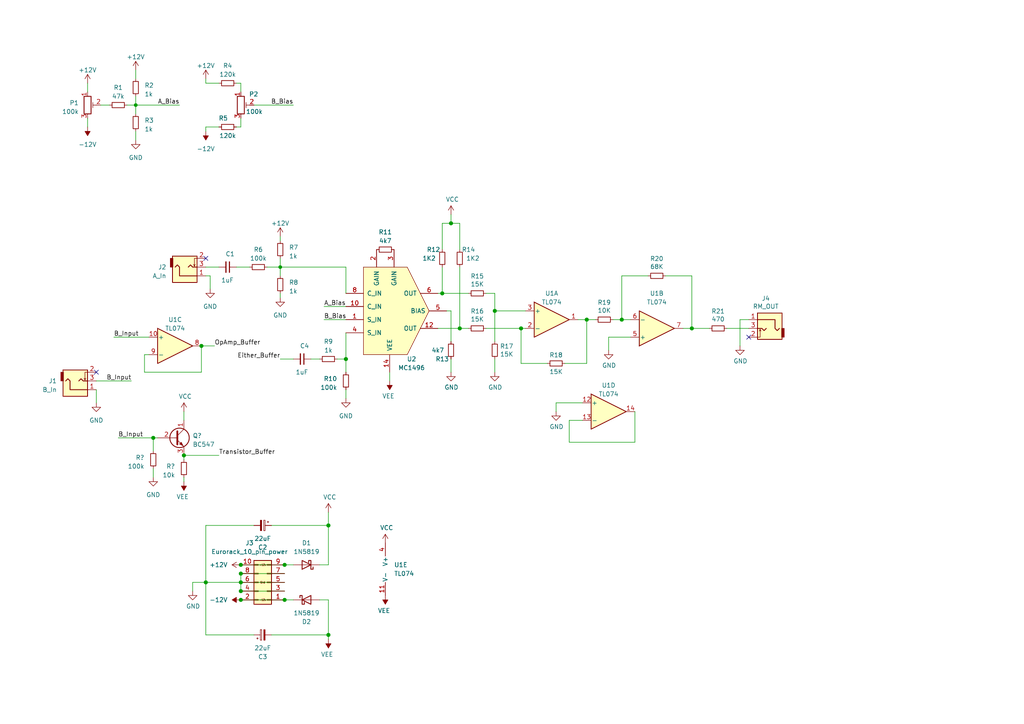
<source format=kicad_sch>
(kicad_sch (version 20210621) (generator eeschema)
  (paper "A4")
  (lib_symbols
    (symbol "Amplifier_Operational:TL074" (pin_names (offset 0.127))
      (property "Reference" "U" (at 0 5.08 0))
      (property "Value" "TL074" (at 0 -5.08 0))
      (symbol "TL074_1_1"
        (polyline (pts (xy -5.08 5.08) (xy 5.08 0) (xy -5.08 -5.08) (xy -5.08 5.08)) (stroke (width 0.254)) (fill (type background)))
        (pin output line (at 7.62 0 180) (length 2.54) (name "~") (number "1"))
        (pin input line (at -7.62 -2.54 0) (length 2.54) (name "-") (number "2"))
        (pin input line (at -7.62 2.54 0) (length 2.54) (name "+") (number "3"))
      )
      (symbol "TL074_2_1"
        (polyline (pts (xy -5.08 5.08) (xy 5.08 0) (xy -5.08 -5.08) (xy -5.08 5.08)) (stroke (width 0.254)) (fill (type background)))
        (pin input line (at -7.62 2.54 0) (length 2.54) (name "+") (number "5"))
        (pin input line (at -7.62 -2.54 0) (length 2.54) (name "-") (number "6"))
        (pin output line (at 7.62 0 180) (length 2.54) (name "~") (number "7"))
      )
      (symbol "TL074_3_1"
        (polyline (pts (xy -5.08 5.08) (xy 5.08 0) (xy -5.08 -5.08) (xy -5.08 5.08)) (stroke (width 0.254)) (fill (type background)))
        (pin input line (at -7.62 2.54 0) (length 2.54) (name "+") (number "10"))
        (pin output line (at 7.62 0 180) (length 2.54) (name "~") (number "8"))
        (pin input line (at -7.62 -2.54 0) (length 2.54) (name "-") (number "9"))
      )
      (symbol "TL074_4_1"
        (polyline (pts (xy -5.08 5.08) (xy 5.08 0) (xy -5.08 -5.08) (xy -5.08 5.08)) (stroke (width 0.254)) (fill (type background)))
        (pin input line (at -7.62 2.54 0) (length 2.54) (name "+") (number "12"))
        (pin input line (at -7.62 -2.54 0) (length 2.54) (name "-") (number "13"))
        (pin output line (at 7.62 0 180) (length 2.54) (name "~") (number "14"))
      )
      (symbol "TL074_5_1"
        (pin power_in line (at -2.54 -7.62 90) (length 3.81) (name "V-") (number "11"))
        (pin power_in line (at -2.54 7.62 270) (length 3.81) (name "V+") (number "4"))
      )
    )
    (symbol "Device:C_Small" (pin_numbers hide) (pin_names (offset 0.254) hide)
      (property "Reference" "C" (at 0.254 1.778 0))
      (property "Value" "C_Small" (at 0.254 -2.032 0))
      (symbol "C_Small_0_1"
        (polyline (pts (xy -1.524 -0.508) (xy 1.524 -0.508)) (stroke (width 0.3302)))
        (polyline (pts (xy -1.524 0.508) (xy 1.524 0.508)) (stroke (width 0.3048)))
      )
      (symbol "C_Small_1_1"
        (pin passive line (at 0 2.54 270) (length 2.032) (name "~") (number "1"))
        (pin passive line (at 0 -2.54 90) (length 2.032) (name "~") (number "2"))
      )
    )
    (symbol "Device:R_Potentiometer_Trim" (pin_names (offset 1.016) hide)
      (property "Reference" "RV" (at -4.445 0 90))
      (property "Value" "R_Potentiometer_Trim" (at -2.54 0 90))
      (symbol "R_Potentiometer_Trim_0_1"
        (rectangle (start 1.016 2.54) (end -1.016 -2.54) (stroke (width 0.254)))
        (polyline (pts (xy 1.524 0.762) (xy 1.524 -0.762)))
        (polyline (pts (xy 2.54 0) (xy 1.524 0)))
      )
      (symbol "R_Potentiometer_Trim_1_1"
        (pin passive line (at 0 3.81 270) (length 1.27) (name "1") (number "1"))
        (pin passive line (at 3.81 0 180) (length 1.27) (name "2") (number "2"))
        (pin passive line (at 0 -3.81 90) (length 1.27) (name "3") (number "3"))
      )
    )
    (symbol "Device:R_Small" (pin_numbers hide) (pin_names (offset 0.254) hide)
      (property "Reference" "R" (at 0.762 0.508 0))
      (property "Value" "R_Small" (at 0.762 -1.016 0))
      (symbol "R_Small_0_1"
        (rectangle (start -0.762 1.778) (end 0.762 -1.778) (stroke (width 0.2032)))
      )
      (symbol "R_Small_1_1"
        (pin passive line (at 0 2.54 270) (length 0.762) (name "~") (number "1"))
        (pin passive line (at 0 -2.54 90) (length 0.762) (name "~") (number "2"))
      )
    )
    (symbol "Diode:1N5819" (pin_numbers hide) (pin_names (offset 1.016) hide)
      (property "Reference" "D" (at 0 2.54 0))
      (property "Value" "1N5819" (at 0 -2.54 0))
      (symbol "1N5819_0_1"
        (polyline (pts (xy 1.27 0) (xy -1.27 0)))
        (polyline (pts (xy 1.27 1.27) (xy 1.27 -1.27) (xy -1.27 0) (xy 1.27 1.27)) (stroke (width 0.254)))
        (polyline (pts (xy -1.905 0.635) (xy -1.905 1.27) (xy -1.27 1.27) (xy -1.27 -1.27) (xy -0.635 -1.27) (xy -0.635 -0.635)) (stroke (width 0.254)))
      )
      (symbol "1N5819_1_1"
        (pin passive line (at -3.81 0 0) (length 2.54) (name "K") (number "1"))
        (pin passive line (at 3.81 0 180) (length 2.54) (name "A") (number "2"))
      )
    )
    (symbol "Encoder:CP_Small" (pin_numbers hide) (pin_names (offset 0.254) hide)
      (property "Reference" "C" (at 0.254 1.778 0))
      (property "Value" "CP_Small" (at 0.254 -2.032 0))
      (symbol "CP_Small_0_1"
        (rectangle (start -1.524 0.6858) (end 1.524 0.3048))
        (rectangle (start -1.524 -0.3048) (end 1.524 -0.6858) (fill (type outline)))
        (polyline (pts (xy -1.27 1.524) (xy -0.762 1.524)))
        (polyline (pts (xy -1.016 1.27) (xy -1.016 1.778)))
      )
      (symbol "CP_Small_1_1"
        (pin passive line (at 0 2.54 270) (length 1.8542) (name "~") (number "1"))
        (pin passive line (at 0 -2.54 90) (length 1.8542) (name "~") (number "2"))
      )
    )
    (symbol "Eurorack Header:Eurorack_10_pin_power" (pin_names (offset 1.016) hide)
      (property "Reference" "J" (at 1.27 7.62 0))
      (property "Value" "Eurorack_10_pin_power" (at 1.27 -7.62 0))
      (symbol "Eurorack_10_pin_power_1_0"
        (text "+12v" (at 1.27 -5.08 0) (effects (font (size 0.508 0.508))))
        (text "-12v" (at 1.27 5.08 0) (effects (font (size 0.508 0.508))))
        (text "Gnd" (at 1.27 0 0) (effects (font (size 0.508 0.508))))
      )
      (symbol "Eurorack_10_pin_power_1_1"
        (rectangle (start -1.27 -4.953) (end 0 -5.207) (stroke (width 0.1524)))
        (rectangle (start -1.27 -2.413) (end 0 -2.667) (stroke (width 0.1524)))
        (rectangle (start -1.27 0.127) (end 0 -0.127) (stroke (width 0.1524)))
        (rectangle (start -1.27 2.667) (end 0 2.413) (stroke (width 0.1524)))
        (rectangle (start -1.27 5.207) (end 0 4.953) (stroke (width 0.1524)))
        (rectangle (start 3.81 -4.953) (end 2.54 -5.207) (stroke (width 0.1524)))
        (rectangle (start 3.81 -2.413) (end 2.54 -2.667) (stroke (width 0.1524)))
        (rectangle (start 3.81 0.127) (end 2.54 -0.127) (stroke (width 0.1524)))
        (rectangle (start 3.81 2.667) (end 2.54 2.413) (stroke (width 0.1524)))
        (rectangle (start 3.81 5.207) (end 2.54 4.953) (stroke (width 0.1524)))
        (rectangle (start -1.27 6.35) (end 3.81 -6.35) (stroke (width 0.254)) (fill (type background)))
        (pin power_in line (at -5.08 5.08 0) (length 3.81) (name "Pin_1") (number "1"))
        (pin passive line (at 7.62 -5.08 180) (length 3.81) (name "Pin_10") (number "10"))
        (pin passive line (at 7.62 5.08 180) (length 3.81) (name "Pin_2") (number "2"))
        (pin passive line (at -5.08 2.54 0) (length 3.81) (name "Pin_3") (number "3"))
        (pin passive line (at 7.62 2.54 180) (length 3.81) (name "Pin_4") (number "4"))
        (pin power_in line (at -5.08 0 0) (length 3.81) (name "Pin_5") (number "5"))
        (pin passive line (at 7.62 0 180) (length 3.81) (name "Pin_6") (number "6"))
        (pin passive line (at -5.08 -2.54 0) (length 3.81) (name "Pin_7") (number "7"))
        (pin passive line (at 7.62 -2.54 180) (length 3.81) (name "Pin_8") (number "8"))
        (pin power_in line (at -5.08 -5.08 0) (length 3.81) (name "Pin_9") (number "9"))
      )
    )
    (symbol "MC1496:MC1496" (pin_names (offset 1.016))
      (property "Reference" "U" (at 0 22.86 0))
      (property "Value" "MC1496" (at 0 20.32 0))
      (symbol "MC1496_0_0"
        (pin input line (at -12.7 -6.35 0) (length 5.08) (name "S_IN") (number "1"))
        (pin input line (at -12.7 -2.54 0) (length 5.08) (name "C_IN") (number "10"))
        (pin no_connect line (at 10.16 -16.51 180) (length 5.08) hide (name "NC") (number "11"))
        (pin output line (at 13.97 -8.89 180) (length 5.08) (name "OUT") (number "12"))
        (pin no_connect line (at 10.16 -16.51 180) (length 5.08) hide (name "NC") (number "13"))
        (pin power_in line (at 0 -21.59 90) (length 5.08) (name "VEE") (number "14"))
        (pin input line (at -3.81 13.97 270) (length 5.08) (name "GAIN") (number "2"))
        (pin input line (at 1.27 13.97 270) (length 5.08) (name "GAIN") (number "3"))
        (pin input line (at -12.7 -10.16 0) (length 5.08) (name "S_IN") (number "4"))
        (pin input line (at 16.51 -3.81 180) (length 5.08) (name "BIAS") (number "5"))
        (pin open_collector line (at 13.97 1.27 180) (length 5.08) (name "OUT") (number "6"))
        (pin no_connect line (at 10.16 -16.51 180) (length 5.08) hide (name "NC") (number "7"))
        (pin input line (at -12.7 1.27 0) (length 5.08) (name "C_IN") (number "8"))
        (pin no_connect line (at 10.16 -16.51 180) (length 5.08) hide (name "NC") (number "9"))
      )
      (symbol "MC1496_0_1"
        (polyline (pts (xy -7.62 8.89) (xy 5.08 8.89) (xy 11.43 -3.81) (xy 5.08 -16.51) (xy -7.62 -16.51) (xy -7.62 8.89)) (fill (type background)))
      )
    )
    (symbol "Transistor_BJT:BC547" (pin_names (offset 0) hide)
      (property "Reference" "Q" (at 5.08 1.905 0))
      (property "Value" "BC547" (at 5.08 0 0))
      (symbol "BC547_0_1"
        (circle (center 1.27 0) (radius 2.8194) (stroke (width 0.254)))
        (polyline (pts (xy 0 0) (xy 0.635 0)))
        (polyline (pts (xy 0.635 0.635) (xy 2.54 2.54)))
        (polyline (pts (xy 0.635 -0.635) (xy 2.54 -2.54) (xy 2.54 -2.54)))
        (polyline (pts (xy 0.635 1.905) (xy 0.635 -1.905) (xy 0.635 -1.905)) (stroke (width 0.508)))
        (polyline (pts (xy 1.27 -1.778) (xy 1.778 -1.27) (xy 2.286 -2.286) (xy 1.27 -1.778) (xy 1.27 -1.778)) (fill (type outline)))
      )
      (symbol "BC547_1_1"
        (pin passive line (at 2.54 5.08 270) (length 2.54) (name "C") (number "1"))
        (pin input line (at -5.08 0 0) (length 5.08) (name "B") (number "2"))
        (pin passive line (at 2.54 -5.08 90) (length 2.54) (name "E") (number "3"))
      )
    )
    (symbol "power:+12V" (power) (pin_names (offset 0))
      (property "Value" "+12V" (at 0 3.556 0))
      (symbol "+12V_0_1"
        (polyline (pts (xy -0.762 1.27) (xy 0 2.54)))
        (polyline (pts (xy 0 0) (xy 0 2.54)))
        (polyline (pts (xy 0 2.54) (xy 0.762 1.27)))
      )
      (symbol "+12V_1_1"
        (pin power_in line (at 0 0 90) (length 0) hide (name "+12V") (number "1"))
      )
    )
    (symbol "power:-12V" (power) (pin_names (offset 0))
      (property "Value" "-12V" (at 0 3.81 0))
      (symbol "-12V_0_0"
        (pin power_in line (at 0 0 90) (length 0) hide (name "-12V") (number "1"))
      )
      (symbol "-12V_0_1"
        (polyline (pts (xy 0 0) (xy 0 1.27) (xy 0.762 1.27) (xy 0 2.54) (xy -0.762 1.27) (xy 0 1.27)) (fill (type outline)))
      )
    )
    (symbol "power:GND" (power) (pin_names (offset 0))
      (property "Value" "GND" (at 0 -3.81 0))
      (symbol "GND_0_1"
        (polyline (pts (xy 0 0) (xy 0 -1.27) (xy 1.27 -1.27) (xy 0 -2.54) (xy -1.27 -1.27) (xy 0 -1.27)))
      )
      (symbol "GND_1_1"
        (pin power_in line (at 0 0 270) (length 0) hide (name "GND") (number "1"))
      )
    )
    (symbol "power:VCC" (power) (pin_names (offset 0))
      (property "Value" "VCC" (at 0 3.81 0))
      (symbol "VCC_0_1"
        (polyline (pts (xy -0.762 1.27) (xy 0 2.54)))
        (polyline (pts (xy 0 0) (xy 0 2.54)))
        (polyline (pts (xy 0 2.54) (xy 0.762 1.27)))
      )
      (symbol "VCC_1_1"
        (pin power_in line (at 0 0 90) (length 0) hide (name "VCC") (number "1"))
      )
    )
    (symbol "power:VEE" (power) (pin_names (offset 0))
      (property "Value" "VEE" (at 0 3.81 0))
      (symbol "VEE_0_1"
        (polyline (pts (xy 0 0) (xy 0 2.54)))
        (polyline (pts (xy 0.762 1.27) (xy -0.762 1.27) (xy 0 2.54) (xy 0.762 1.27)) (fill (type outline)))
      )
      (symbol "VEE_1_1"
        (pin power_in line (at 0 0 90) (length 0) hide (name "VEE") (number "1"))
      )
    )
    (symbol "thonkiconn:AudioJack2_Ground_Switch" (pin_names (offset 1.016))
      (property "Reference" "J" (at 0 8.89 0))
      (property "Value" "AudioJack2_Ground_Switch" (at 0 6.35 0))
      (symbol "AudioJack2_Ground_Switch_0_1"
        (rectangle (start -4.445 -2.54) (end -5.207 0) (fill (type outline)))
        (rectangle (start 2.54 -3.175) (end -4.572 4.445) (stroke (width 0.254)) (fill (type background)))
        (polyline (pts (xy 1.778 -0.254) (xy 2.032 -0.762)))
        (polyline (pts (xy 0 0) (xy 0.635 -0.635) (xy 1.27 0) (xy 2.54 0)) (stroke (width 0.254)))
        (polyline (pts (xy 2.54 -2.54) (xy 1.778 -2.54) (xy 1.778 -0.254) (xy 1.524 -0.762)))
        (polyline (pts (xy 2.54 2.54) (xy -2.54 2.54) (xy -2.54 0) (xy -3.175 -0.635) (xy -3.81 0)) (stroke (width 0.254)))
      )
      (symbol "AudioJack2_Ground_Switch_1_1"
        (pin passive line (at 5.08 2.54 180) (length 2.54) (name "~") (number "1"))
        (pin passive line (at 5.08 -2.54 180) (length 2.54) (name "~") (number "2"))
        (pin passive line (at 5.08 0 180) (length 2.54) (name "~") (number "3"))
      )
    )
  )
  (junction (at 39.37 30.48) (diameter 0.9144))
  (junction (at 44.45 127) (diameter 1.016))
  (junction (at 53.34 132.08) (diameter 1.016))
  (junction (at 58.42 100.33) (diameter 1.016))
  (junction (at 59.69 168.91) (diameter 1.016))
  (junction (at 69.85 163.83) (diameter 1.016))
  (junction (at 69.85 166.37) (diameter 1.016))
  (junction (at 69.85 168.91) (diameter 1.016))
  (junction (at 69.85 171.45) (diameter 1.016))
  (junction (at 69.85 173.99) (diameter 1.016))
  (junction (at 81.28 77.47) (diameter 0.9144))
  (junction (at 82.55 163.83) (diameter 1.016))
  (junction (at 82.55 173.99) (diameter 1.016))
  (junction (at 95.25 152.4) (diameter 1.016))
  (junction (at 95.25 184.15) (diameter 1.016))
  (junction (at 100.33 104.14) (diameter 1.016))
  (junction (at 128.27 85.09) (diameter 1.016))
  (junction (at 130.81 64.77) (diameter 1.016))
  (junction (at 133.35 95.25) (diameter 1.016))
  (junction (at 143.51 90.17) (diameter 1.016))
  (junction (at 151.13 95.25) (diameter 1.016))
  (junction (at 170.18 92.71) (diameter 1.016))
  (junction (at 180.34 92.71) (diameter 1.016))
  (junction (at 200.66 95.25) (diameter 1.016))
  (no_connect (at 27.94 107.95))
  (no_connect (at 59.69 74.93))
  (no_connect (at 217.17 97.79))
  (wire (pts (xy 25.4 24.13) (xy 25.4 26.67)))
  (wire (pts (xy 25.4 34.29) (xy 25.4 36.83)))
  (wire (pts (xy 27.94 110.49) (xy 38.1 110.49)))
  (wire (pts (xy 27.94 113.03) (xy 27.94 116.84)))
  (wire (pts (xy 29.21 30.48) (xy 31.75 30.48)))
  (wire (pts (xy 33.02 97.79) (xy 43.18 97.79)))
  (wire (pts (xy 34.29 127) (xy 44.45 127)))
  (wire (pts (xy 36.83 30.48) (xy 39.37 30.48)))
  (wire (pts (xy 39.37 20.32) (xy 39.37 22.86)))
  (wire (pts (xy 39.37 27.94) (xy 39.37 30.48)))
  (wire (pts (xy 39.37 30.48) (xy 39.37 33.02)))
  (wire (pts (xy 39.37 30.48) (xy 52.07 30.48)))
  (wire (pts (xy 39.37 40.64) (xy 39.37 38.1)))
  (wire (pts (xy 41.91 102.87) (xy 41.91 107.95)))
  (wire (pts (xy 41.91 107.95) (xy 58.42 107.95)))
  (wire (pts (xy 43.18 102.87) (xy 41.91 102.87)))
  (wire (pts (xy 44.45 127) (xy 44.45 130.81)))
  (wire (pts (xy 44.45 127) (xy 45.72 127)))
  (wire (pts (xy 44.45 135.89) (xy 44.45 138.43)))
  (wire (pts (xy 53.34 119.38) (xy 53.34 121.92)))
  (wire (pts (xy 53.34 132.08) (xy 53.34 133.35)))
  (wire (pts (xy 53.34 132.08) (xy 63.5 132.08)))
  (wire (pts (xy 53.34 138.43) (xy 53.34 139.7)))
  (wire (pts (xy 55.88 168.91) (xy 59.69 168.91)))
  (wire (pts (xy 55.88 171.45) (xy 55.88 168.91)))
  (wire (pts (xy 58.42 100.33) (xy 58.42 107.95)))
  (wire (pts (xy 58.42 100.33) (xy 62.23 100.33)))
  (wire (pts (xy 59.69 22.86) (xy 59.69 24.13)))
  (wire (pts (xy 59.69 24.13) (xy 63.5 24.13)))
  (wire (pts (xy 59.69 36.83) (xy 59.69 38.1)))
  (wire (pts (xy 59.69 36.83) (xy 63.5 36.83)))
  (wire (pts (xy 59.69 77.47) (xy 63.5 77.47)))
  (wire (pts (xy 59.69 80.01) (xy 60.96 80.01)))
  (wire (pts (xy 59.69 152.4) (xy 73.66 152.4)))
  (wire (pts (xy 59.69 168.91) (xy 59.69 152.4)))
  (wire (pts (xy 59.69 168.91) (xy 69.85 168.91)))
  (wire (pts (xy 59.69 184.15) (xy 59.69 168.91)))
  (wire (pts (xy 60.96 80.01) (xy 60.96 83.82)))
  (wire (pts (xy 68.58 24.13) (xy 69.85 24.13)))
  (wire (pts (xy 68.58 77.47) (xy 72.39 77.47)))
  (wire (pts (xy 69.85 24.13) (xy 69.85 26.67)))
  (wire (pts (xy 69.85 34.29) (xy 69.85 36.83)))
  (wire (pts (xy 69.85 36.83) (xy 68.58 36.83)))
  (wire (pts (xy 69.85 163.83) (xy 82.55 163.83)))
  (wire (pts (xy 69.85 166.37) (xy 69.85 168.91)))
  (wire (pts (xy 69.85 166.37) (xy 82.55 166.37)))
  (wire (pts (xy 69.85 168.91) (xy 69.85 171.45)))
  (wire (pts (xy 69.85 168.91) (xy 82.55 168.91)))
  (wire (pts (xy 69.85 171.45) (xy 82.55 171.45)))
  (wire (pts (xy 69.85 173.99) (xy 82.55 173.99)))
  (wire (pts (xy 73.66 30.48) (xy 85.09 30.48)))
  (wire (pts (xy 73.66 184.15) (xy 59.69 184.15)))
  (wire (pts (xy 77.47 77.47) (xy 81.28 77.47)))
  (wire (pts (xy 78.74 152.4) (xy 95.25 152.4)))
  (wire (pts (xy 81.28 68.58) (xy 81.28 69.85)))
  (wire (pts (xy 81.28 74.93) (xy 81.28 77.47)))
  (wire (pts (xy 81.28 77.47) (xy 81.28 80.01)))
  (wire (pts (xy 81.28 77.47) (xy 100.33 77.47)))
  (wire (pts (xy 81.28 85.09) (xy 81.28 86.36)))
  (wire (pts (xy 81.28 104.14) (xy 85.09 104.14)))
  (wire (pts (xy 82.55 163.83) (xy 85.09 163.83)))
  (wire (pts (xy 82.55 173.99) (xy 85.09 173.99)))
  (wire (pts (xy 90.17 104.14) (xy 92.71 104.14)))
  (wire (pts (xy 92.71 163.83) (xy 95.25 163.83)))
  (wire (pts (xy 92.71 173.99) (xy 95.25 173.99)))
  (wire (pts (xy 93.98 88.9) (xy 100.33 88.9)))
  (wire (pts (xy 95.25 148.59) (xy 95.25 152.4)))
  (wire (pts (xy 95.25 152.4) (xy 95.25 163.83)))
  (wire (pts (xy 95.25 173.99) (xy 95.25 184.15)))
  (wire (pts (xy 95.25 184.15) (xy 78.74 184.15)))
  (wire (pts (xy 95.25 184.15) (xy 95.25 185.42)))
  (wire (pts (xy 97.79 104.14) (xy 100.33 104.14)))
  (wire (pts (xy 100.33 77.47) (xy 100.33 85.09)))
  (wire (pts (xy 100.33 92.71) (xy 93.98 92.71)))
  (wire (pts (xy 100.33 96.52) (xy 100.33 104.14)))
  (wire (pts (xy 100.33 104.14) (xy 100.33 107.95)))
  (wire (pts (xy 100.33 113.03) (xy 100.33 115.57)))
  (wire (pts (xy 113.03 110.49) (xy 113.03 107.95)))
  (wire (pts (xy 127 85.09) (xy 128.27 85.09)))
  (wire (pts (xy 127 95.25) (xy 133.35 95.25)))
  (wire (pts (xy 128.27 64.77) (xy 130.81 64.77)))
  (wire (pts (xy 128.27 72.39) (xy 128.27 64.77)))
  (wire (pts (xy 128.27 77.47) (xy 128.27 85.09)))
  (wire (pts (xy 128.27 85.09) (xy 135.89 85.09)))
  (wire (pts (xy 129.54 90.17) (xy 130.81 90.17)))
  (wire (pts (xy 130.81 62.23) (xy 130.81 64.77)))
  (wire (pts (xy 130.81 64.77) (xy 133.35 64.77)))
  (wire (pts (xy 130.81 90.17) (xy 130.81 99.06)))
  (wire (pts (xy 130.81 104.14) (xy 130.81 107.95)))
  (wire (pts (xy 133.35 64.77) (xy 133.35 72.39)))
  (wire (pts (xy 133.35 77.47) (xy 133.35 95.25)))
  (wire (pts (xy 133.35 95.25) (xy 135.89 95.25)))
  (wire (pts (xy 140.97 85.09) (xy 143.51 85.09)))
  (wire (pts (xy 140.97 95.25) (xy 151.13 95.25)))
  (wire (pts (xy 143.51 85.09) (xy 143.51 90.17)))
  (wire (pts (xy 143.51 90.17) (xy 143.51 99.06)))
  (wire (pts (xy 143.51 90.17) (xy 152.4 90.17)))
  (wire (pts (xy 143.51 104.14) (xy 143.51 107.95)))
  (wire (pts (xy 151.13 95.25) (xy 151.13 105.41)))
  (wire (pts (xy 151.13 95.25) (xy 152.4 95.25)))
  (wire (pts (xy 158.75 105.41) (xy 151.13 105.41)))
  (wire (pts (xy 161.29 116.84) (xy 161.29 119.38)))
  (wire (pts (xy 163.83 105.41) (xy 170.18 105.41)))
  (wire (pts (xy 165.1 121.92) (xy 165.1 128.27)))
  (wire (pts (xy 165.1 128.27) (xy 184.15 128.27)))
  (wire (pts (xy 168.91 116.84) (xy 161.29 116.84)))
  (wire (pts (xy 168.91 121.92) (xy 165.1 121.92)))
  (wire (pts (xy 170.18 92.71) (xy 167.64 92.71)))
  (wire (pts (xy 170.18 92.71) (xy 172.72 92.71)))
  (wire (pts (xy 170.18 105.41) (xy 170.18 92.71)))
  (wire (pts (xy 176.53 97.79) (xy 176.53 101.6)))
  (wire (pts (xy 177.8 92.71) (xy 180.34 92.71)))
  (wire (pts (xy 180.34 80.01) (xy 180.34 92.71)))
  (wire (pts (xy 180.34 80.01) (xy 187.96 80.01)))
  (wire (pts (xy 180.34 92.71) (xy 182.88 92.71)))
  (wire (pts (xy 182.88 97.79) (xy 176.53 97.79)))
  (wire (pts (xy 184.15 128.27) (xy 184.15 119.38)))
  (wire (pts (xy 193.04 80.01) (xy 200.66 80.01)))
  (wire (pts (xy 198.12 95.25) (xy 200.66 95.25)))
  (wire (pts (xy 200.66 80.01) (xy 200.66 95.25)))
  (wire (pts (xy 200.66 95.25) (xy 205.74 95.25)))
  (wire (pts (xy 210.82 95.25) (xy 217.17 95.25)))
  (wire (pts (xy 214.63 92.71) (xy 214.63 100.33)))
  (wire (pts (xy 217.17 92.71) (xy 214.63 92.71)))
  (label "B_Input" (at 33.02 97.79 0))
  (label "B_Input" (at 34.29 127 0))
  (label "B_Input" (at 38.1 110.49 180))
  (label "A_Bias" (at 52.07 30.48 180))
  (label "OpAmp_Buffer" (at 62.23 100.33 0))
  (label "Transistor_Buffer" (at 63.5 132.08 0))
  (label "Either_Buffer" (at 81.28 104.14 180))
  (label "B_Bias" (at 85.09 30.48 180))
  (label "A_Bias" (at 93.98 88.9 0))
  (label "B_Bias" (at 93.98 92.71 0))
  (symbol (lib_id "power:+12V") (at 25.4 24.13 0) (unit 1)
    (property "Reference" "#PWR01" (effects hide))
    (property "Value" "+12V" (at 25.4 20.32 0))
  )
  (symbol (lib_id "power:-12V") (at 25.4 36.83 180) (unit 1)
    (property "Reference" "#PWR02" (effects hide))
    (property "Value" "-12V" (at 25.4 41.91 0))
  )
  (symbol (lib_id "power:+12V") (at 39.37 20.32 0) (mirror y) (unit 1)
    (property "Reference" "#PWR05" (effects hide))
    (property "Value" "+12V" (at 39.37 16.51 0))
  )
  (symbol (lib_id "power:VCC") (at 53.34 119.38 0) (unit 1)
    (property "Reference" "#PWR0101" (effects hide))
    (property "Value" "VCC" (at 53.721 114.9858 0))
  )
  (symbol (lib_id "power:VEE") (at 53.34 139.7 180) (unit 1)
    (property "Reference" "#PWR0102" (effects hide))
    (property "Value" "VEE" (at 52.959 144.0942 0))
  )
  (symbol (lib_id "power:+12V") (at 59.69 22.86 0) (mirror y) (unit 1)
    (property "Reference" "#PWR03" (effects hide))
    (property "Value" "+12V" (at 59.69 19.05 0))
  )
  (symbol (lib_id "power:-12V") (at 59.69 38.1 0) (mirror x) (unit 1)
    (property "Reference" "#PWR04" (effects hide))
    (property "Value" "-12V" (at 59.69 43.18 0))
  )
  (symbol (lib_id "power:+12V") (at 69.85 163.83 90) (unit 1)
    (property "Reference" "#PWR09" (effects hide))
    (property "Value" "+12V" (at 66.04 163.83 90) (effects (justify left)))
  )
  (symbol (lib_id "power:-12V") (at 69.85 173.99 90) (unit 1)
    (property "Reference" "#PWR010" (effects hide))
    (property "Value" "-12V" (at 66.04 173.99 90) (effects (justify left)))
  )
  (symbol (lib_id "power:+12V") (at 81.28 68.58 0) (mirror y) (unit 1)
    (property "Reference" "#PWR012" (effects hide))
    (property "Value" "+12V" (at 81.28 64.77 0))
  )
  (symbol (lib_id "power:VCC") (at 95.25 148.59 0) (unit 1)
    (property "Reference" "#PWR014" (effects hide))
    (property "Value" "VCC" (at 95.631 144.1958 0))
  )
  (symbol (lib_id "power:VEE") (at 95.25 185.42 180) (unit 1)
    (property "Reference" "#PWR015" (effects hide))
    (property "Value" "VEE" (at 94.869 189.8142 0))
  )
  (symbol (lib_id "power:VCC") (at 111.76 157.48 0) (unit 1)
    (property "Reference" "#PWR017" (effects hide))
    (property "Value" "VCC" (at 112.141 153.0858 0))
  )
  (symbol (lib_id "power:VEE") (at 111.76 172.72 180) (unit 1)
    (property "Reference" "#PWR018" (effects hide))
    (property "Value" "VEE" (at 111.379 177.1142 0))
  )
  (symbol (lib_id "power:VEE") (at 113.03 110.49 180) (unit 1)
    (property "Reference" "#PWR019" (effects hide))
    (property "Value" "VEE" (at 112.649 114.8842 0))
  )
  (symbol (lib_id "power:VCC") (at 130.81 62.23 0) (unit 1)
    (property "Reference" "#PWR020" (effects hide))
    (property "Value" "VCC" (at 131.191 57.8358 0))
  )
  (symbol (lib_id "power:GND") (at 27.94 116.84 0) (unit 1)
    (property "Reference" "#PWR08" (effects hide))
    (property "Value" "GND" (at 27.94 121.92 0))
  )
  (symbol (lib_id "power:GND") (at 39.37 40.64 0) (unit 1)
    (property "Reference" "#PWR06" (effects hide))
    (property "Value" "GND" (at 39.37 45.72 0))
  )
  (symbol (lib_id "power:GND") (at 44.45 138.43 0) (unit 1)
    (property "Reference" "#PWR0103" (effects hide))
    (property "Value" "GND" (at 44.45 143.51 0))
  )
  (symbol (lib_id "power:GND") (at 55.88 171.45 0) (unit 1)
    (property "Reference" "#PWR07" (effects hide))
    (property "Value" "GND" (at 56.007 175.8442 0))
  )
  (symbol (lib_id "power:GND") (at 60.96 83.82 0) (unit 1)
    (property "Reference" "#PWR011" (effects hide))
    (property "Value" "GND" (at 60.96 88.9 0))
  )
  (symbol (lib_id "power:GND") (at 81.28 86.36 0) (unit 1)
    (property "Reference" "#PWR013" (effects hide))
    (property "Value" "GND" (at 81.28 91.44 0))
  )
  (symbol (lib_id "power:GND") (at 100.33 115.57 0) (unit 1)
    (property "Reference" "#PWR016" (effects hide))
    (property "Value" "GND" (at 100.33 120.65 0))
  )
  (symbol (lib_id "power:GND") (at 130.81 107.95 0) (unit 1)
    (property "Reference" "#PWR021" (effects hide))
    (property "Value" "GND" (at 130.937 112.3442 0))
  )
  (symbol (lib_id "power:GND") (at 143.51 107.95 0) (unit 1)
    (property "Reference" "#PWR022" (effects hide))
    (property "Value" "GND" (at 143.637 112.3442 0))
  )
  (symbol (lib_id "power:GND") (at 161.29 119.38 0) (unit 1)
    (property "Reference" "#PWR023" (effects hide))
    (property "Value" "GND" (at 161.417 123.7742 0))
  )
  (symbol (lib_id "power:GND") (at 176.53 101.6 0) (unit 1)
    (property "Reference" "#PWR024" (effects hide))
    (property "Value" "GND" (at 176.657 105.9942 0))
  )
  (symbol (lib_id "power:GND") (at 214.63 100.33 0) (unit 1)
    (property "Reference" "#PWR025" (effects hide))
    (property "Value" "GND" (at 214.757 104.7242 0))
  )
  (symbol (lib_id "Device:R_Small") (at 34.29 30.48 90) (mirror x) (unit 1)
    (property "Reference" "R1" (at 34.29 25.4 90))
    (property "Value" "47k" (at 34.29 27.94 90))
  )
  (symbol (lib_id "Device:R_Small") (at 39.37 25.4 180) (unit 1)
    (property "Reference" "R2" (at 41.91 24.7649 0) (effects (justify right)))
    (property "Value" "1k" (at 41.91 27.3049 0) (effects (justify right)))
  )
  (symbol (lib_id "Device:R_Small") (at 39.37 35.56 0) (unit 1)
    (property "Reference" "R3" (at 41.91 34.9249 0) (effects (justify left)))
    (property "Value" "1k" (at 41.91 37.4649 0) (effects (justify left)))
  )
  (symbol (lib_id "Device:R_Small") (at 44.45 133.35 0) (mirror x) (unit 1)
    (property "Reference" "R?" (at 41.91 132.7149 0) (effects (justify right)))
    (property "Value" "100k" (at 41.91 135.2549 0) (effects (justify right)))
  )
  (symbol (lib_id "Device:R_Small") (at 53.34 135.89 0) (mirror x) (unit 1)
    (property "Reference" "R?" (at 50.8 135.2549 0) (effects (justify right)))
    (property "Value" "10k" (at 50.8 137.7949 0) (effects (justify right)))
  )
  (symbol (lib_id "Device:R_Small") (at 66.04 24.13 270) (mirror x) (unit 1)
    (property "Reference" "R4" (at 66.04 19.05 90))
    (property "Value" "120k" (at 66.04 21.59 90))
  )
  (symbol (lib_id "Device:R_Small") (at 66.04 36.83 270) (mirror x) (unit 1)
    (property "Reference" "R5" (at 64.77 34.29 90))
    (property "Value" "120k" (at 66.04 39.37 90))
  )
  (symbol (lib_id "Device:R_Small") (at 74.93 77.47 90) (unit 1)
    (property "Reference" "R6" (at 74.93 72.39 90))
    (property "Value" "100k" (at 74.93 74.93 90))
  )
  (symbol (lib_id "Device:R_Small") (at 81.28 72.39 180) (unit 1)
    (property "Reference" "R7" (at 83.82 71.7549 0) (effects (justify right)))
    (property "Value" "1k" (at 83.82 74.2949 0) (effects (justify right)))
  )
  (symbol (lib_id "Device:R_Small") (at 81.28 82.55 180) (unit 1)
    (property "Reference" "R8" (at 83.82 81.9149 0) (effects (justify right)))
    (property "Value" "1k" (at 83.82 84.4549 0) (effects (justify right)))
  )
  (symbol (lib_id "Device:R_Small") (at 95.25 104.14 90) (unit 1)
    (property "Reference" "R9" (at 95.25 99.06 90))
    (property "Value" "1k" (at 95.25 101.6 90))
  )
  (symbol (lib_id "Device:R_Small") (at 100.33 110.49 0) (mirror x) (unit 1)
    (property "Reference" "R10" (at 97.79 109.8549 0) (effects (justify right)))
    (property "Value" "100k" (at 97.79 112.3949 0) (effects (justify right)))
  )
  (symbol (lib_id "Device:R_Small") (at 111.76 72.39 270) (unit 1)
    (property "Reference" "R11" (at 111.76 67.31 90))
    (property "Value" "4k7" (at 111.76 69.85 90))
    (property "Footprint" "Resistor_SMD:R_0603_1608Metric_Pad0.98x0.95mm_HandSolder" (effects hide))
  )
  (symbol (lib_id "Device:R_Small") (at 128.27 74.93 0) (unit 1)
    (property "Reference" "R12" (at 125.73 72.39 0))
    (property "Value" "1K2" (at 124.46 74.93 0))
    (property "Footprint" "Resistor_SMD:R_0603_1608Metric_Pad0.98x0.95mm_HandSolder" (effects hide))
  )
  (symbol (lib_id "Device:R_Small") (at 130.81 101.6 180) (unit 1)
    (property "Reference" "R13" (at 128.27 104.14 0))
    (property "Value" "4k7" (at 127 101.6 0))
    (property "Footprint" "Resistor_SMD:R_0603_1608Metric_Pad0.98x0.95mm_HandSolder" (effects hide))
  )
  (symbol (lib_id "Device:R_Small") (at 133.35 74.93 0) (unit 1)
    (property "Reference" "R14" (at 135.89 72.39 0))
    (property "Value" "1K2" (at 137.16 74.93 0))
    (property "Footprint" "Resistor_SMD:R_0603_1608Metric_Pad0.98x0.95mm_HandSolder" (effects hide))
  )
  (symbol (lib_id "Device:R_Small") (at 138.43 85.09 270) (unit 1)
    (property "Reference" "R15" (at 138.43 80.1116 90))
    (property "Value" "15K" (at 138.43 82.423 90))
    (property "Footprint" "Resistor_SMD:R_0603_1608Metric_Pad0.98x0.95mm_HandSolder" (effects hide))
  )
  (symbol (lib_id "Device:R_Small") (at 138.43 95.25 270) (unit 1)
    (property "Reference" "R16" (at 138.43 90.2716 90))
    (property "Value" "15K" (at 138.43 92.583 90))
    (property "Footprint" "Resistor_SMD:R_0603_1608Metric_Pad0.98x0.95mm_HandSolder" (effects hide))
  )
  (symbol (lib_id "Device:R_Small") (at 143.51 101.6 180) (unit 1)
    (property "Reference" "R17" (at 145.0086 100.4316 0) (effects (justify right)))
    (property "Value" "15K" (at 145.0086 102.743 0) (effects (justify right)))
    (property "Footprint" "Resistor_SMD:R_0603_1608Metric_Pad0.98x0.95mm_HandSolder" (effects hide))
  )
  (symbol (lib_id "Device:R_Small") (at 161.29 105.41 270) (unit 1)
    (property "Reference" "R18" (at 161.29 102.9716 90))
    (property "Value" "15K" (at 161.29 107.823 90))
    (property "Footprint" "Resistor_SMD:R_0603_1608Metric_Pad0.98x0.95mm_HandSolder" (effects hide))
  )
  (symbol (lib_id "Device:R_Small") (at 175.26 92.71 270) (unit 1)
    (property "Reference" "R19" (at 175.26 87.7316 90))
    (property "Value" "10K" (at 175.26 90.043 90))
    (property "Footprint" "Resistor_SMD:R_0603_1608Metric_Pad0.98x0.95mm_HandSolder" (effects hide))
  )
  (symbol (lib_id "Device:R_Small") (at 190.5 80.01 270) (unit 1)
    (property "Reference" "R20" (at 190.5 75.0316 90))
    (property "Value" "68K" (at 190.5 77.343 90))
    (property "Footprint" "Resistor_SMD:R_0603_1608Metric_Pad0.98x0.95mm_HandSolder" (effects hide))
  )
  (symbol (lib_id "Device:R_Small") (at 208.28 95.25 270) (unit 1)
    (property "Reference" "R21" (at 208.28 90.2716 90))
    (property "Value" "470" (at 208.28 92.583 90))
    (property "Footprint" "Resistor_SMD:R_0603_1608Metric_Pad0.98x0.95mm_HandSolder" (effects hide))
  )
  (symbol (lib_id "Amplifier_Operational:TL074") (at 109.22 165.1 0) (mirror y) (unit 5)
    (property "Reference" "U1" (at 114.3 163.83 0) (effects (justify right)))
    (property "Value" "TL074" (at 114.3 166.37 0) (effects (justify right)))
    (property "Footprint" "Package_SO:SOIC-14_3.9x8.7mm_P1.27mm" (effects hide))
    (property "Datasheet" "http://www.ti.com/lit/ds/symlink/tl071.pdf" (effects hide))
  )
  (symbol (lib_id "Encoder:CP_Small") (at 76.2 152.4 270) (unit 1)
    (property "Reference" "C2" (at 76.2 158.75 90))
    (property "Value" "22uF" (at 76.2 156.21 90))
    (property "Footprint" "Capacitor_SMD:CP_Elec_4x5.8" (effects hide))
  )
  (symbol (lib_id "Encoder:CP_Small") (at 76.2 184.15 90) (unit 1)
    (property "Reference" "C3" (at 76.2 190.5 90))
    (property "Value" "22uF" (at 76.2 187.96 90))
    (property "Footprint" "Capacitor_SMD:CP_Elec_4x5.8" (effects hide))
  )
  (symbol (lib_id "Device:C_Small") (at 66.04 77.47 270) (unit 1)
    (property "Reference" "C1" (at 65.4051 73.66 90) (effects (justify left)))
    (property "Value" "1uF" (at 64.1351 81.28 90) (effects (justify left)))
  )
  (symbol (lib_id "Device:C_Small") (at 87.63 104.14 270) (unit 1)
    (property "Reference" "C4" (at 86.9951 100.33 90) (effects (justify left)))
    (property "Value" "1uF" (at 85.7251 107.95 90) (effects (justify left)))
  )
  (symbol (lib_id "Diode:1N5819") (at 88.9 163.83 180) (unit 1)
    (property "Reference" "D1" (at 88.9 157.48 0))
    (property "Value" "1N5819" (at 88.9 160.02 0))
    (property "Footprint" "Diode_SMD:D_SOD-123" (effects hide))
    (property "Datasheet" "http://www.vishay.com/docs/88525/1n5817.pdf" (effects hide))
  )
  (symbol (lib_id "Diode:1N5819") (at 88.9 173.99 0) (unit 1)
    (property "Reference" "D2" (at 88.9 180.34 0))
    (property "Value" "1N5819" (at 88.9 177.8 0))
    (property "Footprint" "Diode_SMD:D_SOD-123" (effects hide))
    (property "Datasheet" "http://www.vishay.com/docs/88525/1n5817.pdf" (effects hide))
  )
  (symbol (lib_id "Device:R_Potentiometer_Trim") (at 25.4 30.48 0) (unit 1)
    (property "Reference" "P1" (at 22.86 29.8449 0) (effects (justify right)))
    (property "Value" "100k" (at 22.86 32.3849 0) (effects (justify right)))
  )
  (symbol (lib_id "Device:R_Potentiometer_Trim") (at 69.85 30.48 0) (unit 1)
    (property "Reference" "P2" (at 74.93 27.3049 0) (effects (justify right)))
    (property "Value" "100k" (at 76.2 32.3849 0) (effects (justify right)))
  )
  (symbol (lib_id "thonkiconn:AudioJack2_Ground_Switch") (at 22.86 110.49 0) (mirror x) (unit 1)
    (property "Reference" "J1" (at 16.51 110.4899 0) (effects (justify right)))
    (property "Value" "B_In" (at 16.51 113.0299 0) (effects (justify right)))
  )
  (symbol (lib_id "thonkiconn:AudioJack2_Ground_Switch") (at 54.61 77.47 0) (mirror x) (unit 1)
    (property "Reference" "J2" (at 48.26 77.4699 0) (effects (justify right)))
    (property "Value" "A_In" (at 48.26 80.0099 0) (effects (justify right)))
  )
  (symbol (lib_id "thonkiconn:AudioJack2_Ground_Switch") (at 222.25 95.25 0) (mirror y) (unit 1)
    (property "Reference" "J4" (at 222.123 86.5632 0))
    (property "Value" "RM_OUT" (at 222.123 88.8746 0))
    (property "Footprint" "Custom_Footprints:THONKICONN_hole" (effects hide))
  )
  (symbol (lib_id "Transistor_BJT:BC547") (at 50.8 127 0) (unit 1)
    (property "Reference" "Q?" (at 55.88 126.3649 0) (effects (justify left)))
    (property "Value" "BC547" (at 55.88 128.9049 0) (effects (justify left)))
    (property "Footprint" "Package_TO_SOT_THT:TO-92_Inline" (effects hide))
    (property "Datasheet" "https://www.onsemi.com/pub/Collateral/BC550-D.pdf" (effects hide))
  )
  (symbol (lib_id "Amplifier_Operational:TL074") (at 50.8 100.33 0) (unit 3)
    (property "Reference" "U1" (at 50.8 92.71 0))
    (property "Value" "TL074" (at 50.8 95.25 0))
    (property "Footprint" "Package_SO:SOIC-14_3.9x8.7mm_P1.27mm" (effects hide))
    (property "Datasheet" "http://www.ti.com/lit/ds/symlink/tl071.pdf" (effects hide))
  )
  (symbol (lib_id "Amplifier_Operational:TL074") (at 160.02 92.71 0) (unit 1)
    (property "Reference" "U1" (at 160.02 85.09 0))
    (property "Value" "TL074" (at 160.02 87.63 0))
    (property "Footprint" "Package_SO:SOIC-14_3.9x8.7mm_P1.27mm" (effects hide))
    (property "Datasheet" "http://www.ti.com/lit/ds/symlink/tl071.pdf" (effects hide))
  )
  (symbol (lib_id "Amplifier_Operational:TL074") (at 176.53 119.38 0) (unit 4)
    (property "Reference" "U1" (at 176.53 111.76 0))
    (property "Value" "TL074" (at 176.53 114.3 0))
    (property "Footprint" "Package_SO:SOIC-14_3.9x8.7mm_P1.27mm" (effects hide))
    (property "Datasheet" "http://www.ti.com/lit/ds/symlink/tl071.pdf" (effects hide))
  )
  (symbol (lib_id "Amplifier_Operational:TL074") (at 190.5 95.25 0) (mirror x) (unit 2)
    (property "Reference" "U1" (at 190.5 85.09 0))
    (property "Value" "TL074" (at 190.5 87.63 0))
    (property "Footprint" "Package_SO:SOIC-14_3.9x8.7mm_P1.27mm" (effects hide))
    (property "Datasheet" "http://www.ti.com/lit/ds/symlink/tl071.pdf" (effects hide))
  )
  (symbol (lib_id "Eurorack Header:Eurorack_10_pin_power") (at 77.47 168.91 180) (unit 1)
    (property "Reference" "J3" (at 72.39 157.48 0))
    (property "Value" "Eurorack_10_pin_power" (at 72.39 160.02 0))
    (property "Footprint" "Custom_Footprints:Eurorack_10_pin_header" (effects hide))
  )
  (symbol (lib_id "MC1496:MC1496") (at 113.03 86.36 0) (unit 1)
    (property "Reference" "U2" (at 119.38 104.14 0))
    (property "Value" "MC1496" (at 119.38 106.68 0))
    (property "Footprint" "Package_SO:SOIC-14_3.9x8.7mm_P1.27mm" (effects hide))
    (property "Datasheet" "https://www.mouser.co.uk/datasheet/2/308/MC1496_D-1773763.pdf" (effects hide))
  )
)
</source>
